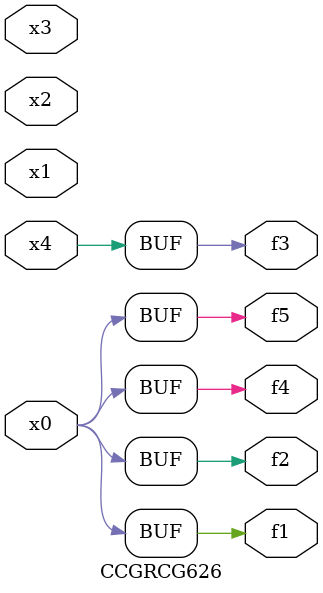
<source format=v>
module CCGRCG626(
	input x0, x1, x2, x3, x4,
	output f1, f2, f3, f4, f5
);
	assign f1 = x0;
	assign f2 = x0;
	assign f3 = x4;
	assign f4 = x0;
	assign f5 = x0;
endmodule

</source>
